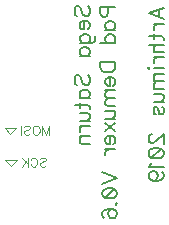
<source format=gbo>
G04 DipTrace 3.3.1.1*
G04 BottomSilk.gbo*
%MOIN*%
G04 #@! TF.FileFunction,Legend,Bot*
G04 #@! TF.Part,Single*
%ADD17C,0.004*%
%ADD48C,0.004632*%
%ADD49C,0.00772*%
%FSLAX26Y26*%
G04*
G70*
G90*
G75*
G01*
G04 BotSilk*
%LPD*%
X421451Y649949D2*
D17*
X458950D1*
X440201Y631200D1*
X421451Y649949D1*
X418701Y756199D2*
X456200D1*
X437451Y737451D1*
X418701Y756199D1*
X659102Y1130324D2*
D49*
X654294Y1135078D1*
X651917Y1142263D1*
Y1151824D1*
X654294Y1159009D1*
X659102Y1163818D1*
X663855D1*
X668664Y1161386D1*
X671040Y1159009D1*
X673417Y1154256D1*
X678226Y1139886D1*
X680602Y1135078D1*
X683034Y1132701D1*
X687787Y1130324D1*
X694972D1*
X699725Y1135078D1*
X702157Y1142263D1*
Y1151824D1*
X699725Y1159009D1*
X694972Y1163818D1*
X683034Y1114885D2*
Y1086200D1*
X678226D1*
X673417Y1088577D1*
X671040Y1090953D1*
X668664Y1095762D1*
Y1102947D1*
X671040Y1107700D1*
X675849Y1112508D1*
X683034Y1114885D1*
X687787D1*
X694972Y1112508D1*
X699725Y1107700D1*
X702157Y1102947D1*
Y1095762D1*
X699725Y1090953D1*
X694972Y1086200D1*
X671040Y1042076D2*
X709342D1*
X716472Y1044453D1*
X718904Y1046829D1*
X721280Y1051638D1*
Y1058823D1*
X718904Y1063576D1*
X678226Y1042076D2*
X673472Y1046829D1*
X671040Y1051638D1*
Y1058823D1*
X673472Y1063576D1*
X678226Y1068384D1*
X685411Y1070761D1*
X690219D1*
X697349Y1068384D1*
X702157Y1063576D1*
X704534Y1058823D1*
Y1051638D1*
X702157Y1046829D1*
X697349Y1042076D1*
X668664Y997952D2*
X702157D1*
X675849D2*
X671041Y1002705D1*
X668664Y1007514D1*
Y1014643D1*
X671041Y1019452D1*
X675849Y1024205D1*
X683034Y1026637D1*
X687787D1*
X694972Y1024205D1*
X699725Y1019452D1*
X702157Y1014643D1*
Y1007514D1*
X699725Y1002705D1*
X694972Y997952D1*
X659102Y900418D2*
X654294Y905172D1*
X651917Y912357D1*
Y921918D1*
X654294Y929103D1*
X659102Y933912D1*
X663855D1*
X668664Y931480D1*
X671041Y929103D1*
X673417Y924350D1*
X678226Y909980D1*
X680602Y905172D1*
X683034Y902795D1*
X687787Y900418D1*
X694972D1*
X699725Y905172D1*
X702157Y912357D1*
Y921918D1*
X699725Y929103D1*
X694972Y933912D1*
X668664Y856294D2*
X702157D1*
X675849D2*
X671041Y861047D1*
X668664Y865856D1*
Y872986D1*
X671041Y877794D1*
X675849Y882547D1*
X683034Y884979D1*
X687787D1*
X694972Y882547D1*
X699725Y877794D1*
X702157Y872986D1*
Y865856D1*
X699725Y861047D1*
X694972Y856294D1*
X651917Y833670D2*
X692596D1*
X699725Y831293D1*
X702157Y826485D1*
Y821732D1*
X668664Y840855D2*
Y824108D1*
Y806293D2*
X692596Y806292D1*
X699725Y803916D1*
X702157Y799107D1*
Y791922D1*
X699725Y787169D1*
X692596Y779984D1*
X668664D2*
X702157D1*
X668664Y764545D2*
X702157D1*
X683034D2*
X675849Y762113D1*
X671041Y757360D1*
X668664Y752552D1*
Y745366D1*
Y729927D2*
X702157D1*
X678226D2*
X671041Y722742D1*
X668664Y717934D1*
Y710804D1*
X671040Y705996D1*
X678226Y703619D1*
X702157D1*
X763750Y1161841D2*
Y1140286D1*
X761374Y1133156D1*
X758942Y1130725D1*
X754189Y1128348D1*
X747004D1*
X742251Y1130725D1*
X739819Y1133156D1*
X737442Y1140286D1*
Y1161841D1*
X787682D1*
X754189Y1084224D2*
X787682D1*
X761374D2*
X756565Y1088977D1*
X754189Y1093785D1*
Y1100915D1*
X756565Y1105724D1*
X761374Y1110477D1*
X768559Y1112909D1*
X773312D1*
X780497Y1110477D1*
X785250Y1105724D1*
X787682Y1100915D1*
Y1093785D1*
X785250Y1088977D1*
X780497Y1084224D1*
X737442Y1040100D2*
X787682D1*
X761374D2*
X756565Y1044853D1*
X754189Y1049661D1*
Y1056846D1*
X756565Y1061600D1*
X761374Y1066408D1*
X768559Y1068785D1*
X773312D1*
X780497Y1066408D1*
X785250Y1061600D1*
X787682Y1056846D1*
Y1049661D1*
X785250Y1044853D1*
X780497Y1040100D1*
X737442Y976060D2*
X787682D1*
Y959313D1*
X785250Y952128D1*
X780497Y947319D1*
X775689Y944943D1*
X768559Y942566D1*
X756565D1*
X749380Y944943D1*
X744627Y947319D1*
X739819Y952128D1*
X737442Y959313D1*
Y976060D1*
X768559Y927127D2*
Y898442D1*
X763750D1*
X758942Y900819D1*
X756565Y903195D1*
X754189Y908004D1*
Y915189D1*
X756565Y919942D1*
X761374Y924750D1*
X768559Y927127D1*
X773312D1*
X780497Y924750D1*
X785250Y919942D1*
X787682Y915189D1*
Y908004D1*
X785250Y903195D1*
X780497Y898442D1*
X754189Y883003D2*
X787682D1*
X763750D2*
X756565Y875818D1*
X754189Y871009D1*
Y863880D1*
X756565Y859071D1*
X763750Y856695D1*
X787682Y856694D1*
X763750Y856695D2*
X756565Y849509D1*
X754189Y844701D1*
Y837571D1*
X756565Y832763D1*
X763750Y830331D1*
X787682D1*
X754189Y814892D2*
X778121D1*
X785250Y812515D1*
X787682Y807707D1*
Y800522D1*
X785250Y795768D1*
X778121Y788583D1*
X754189D2*
X787682D1*
X754189Y773144D2*
X787682Y746836D1*
X754189D2*
X787682Y773144D1*
X768559Y731397D2*
Y702712D1*
X763751D1*
X758942Y705088D1*
X756565Y707465D1*
X754189Y712273D1*
Y719458D1*
X756565Y724212D1*
X761374Y729020D1*
X768559Y731397D1*
X773312D1*
X780497Y729020D1*
X785250Y724212D1*
X787682Y719458D1*
Y712273D1*
X785250Y707465D1*
X780497Y702712D1*
X754189Y687273D2*
X787682D1*
X768559D2*
X761374Y684841D1*
X756565Y680088D1*
X754189Y675279D1*
Y668094D1*
X743747Y609466D2*
X793987Y590343D1*
X743747Y571220D1*
X743802Y541411D2*
X746179Y548596D1*
X753364Y553404D1*
X765302Y555781D1*
X772487D1*
X784425Y553404D1*
X791610Y548596D1*
X793987Y541410D1*
Y536657D1*
X791610Y529472D1*
X784425Y524719D1*
X772487Y522287D1*
X765302D1*
X753364Y524719D1*
X746179Y529472D1*
X743802Y536657D1*
Y541411D1*
X753364Y524719D2*
X784425Y553404D1*
X789178Y504471D2*
X791610Y506848D1*
X793987Y504471D1*
X791610Y502040D1*
X789178Y504471D1*
X750932Y457916D2*
X746178Y460292D1*
X743802Y467477D1*
Y472230D1*
X746179Y479415D1*
X753364Y484224D1*
X765302Y486600D1*
X777240D1*
X786802Y484224D1*
X791610Y479415D1*
X793987Y472230D1*
Y469854D1*
X791610Y462724D1*
X786802Y457916D1*
X779617Y455539D1*
X777240D1*
X770055Y457916D1*
X765302Y462724D1*
X762925Y469854D1*
Y472230D1*
X765302Y479415D1*
X770055Y484224D1*
X777240Y486600D1*
X948796Y1119835D2*
X898556Y1139014D1*
X948796Y1158137D1*
X932050Y1150952D2*
Y1127020D1*
X915303Y1104396D2*
X948796D1*
X929673D2*
X922488Y1101964D1*
X917680Y1097211D1*
X915303Y1092403D1*
Y1085218D1*
X898556Y1062593D2*
X939235D1*
X946364Y1060217D1*
X948796Y1055408D1*
Y1050655D1*
X915303Y1069778D2*
Y1053032D1*
X898556Y1035216D2*
X948796D1*
X924865D2*
X917680Y1028031D1*
X915303Y1023222D1*
Y1016037D1*
X917680Y1011284D1*
X924865Y1008908D1*
X948796D1*
X915303Y993468D2*
X948796D1*
X929673D2*
X922488Y991037D1*
X917680Y986283D1*
X915303Y981475D1*
Y974290D1*
X898556Y958851D2*
X900933Y956474D1*
X898556Y954042D1*
X896124Y956474D1*
X898556Y958851D1*
X915303Y956474D2*
X948796D1*
X915303Y938603D2*
X948796D1*
X924865D2*
X917680Y931418D1*
X915303Y926609D1*
Y919480D1*
X917680Y914671D1*
X924865Y912295D1*
X948796D1*
X924865D2*
X917680Y905110D1*
X915303Y900301D1*
Y893171D1*
X917680Y888363D1*
X924865Y885931D1*
X948796D1*
X915303Y870492D2*
X939235D1*
X946364Y868115D1*
X948796Y863307D1*
Y856122D1*
X946364Y851369D1*
X939235Y844183D1*
X915303D2*
X948796D1*
X922488Y802436D2*
X917680Y804813D1*
X915303Y811998D1*
Y819183D1*
X917680Y826368D1*
X922488Y828744D1*
X927241Y826368D1*
X929673Y821559D1*
X932050Y809621D1*
X934426Y804813D1*
X939235Y802436D1*
X941611D1*
X946364Y804813D1*
X948796Y811998D1*
Y819183D1*
X946364Y826368D1*
X941611Y828744D1*
X910550Y735964D2*
X908173D1*
X903365Y733587D1*
X900988Y731211D1*
X898612Y726402D1*
Y716841D1*
X900988Y712087D1*
X903365Y709711D1*
X908173Y707279D1*
X912926D1*
X917735Y709711D1*
X924865Y714464D1*
X948796Y738396D1*
Y704902D1*
X898612Y675093D2*
X900988Y682278D1*
X908173Y687087D1*
X920111Y689463D1*
X927297D1*
X939235Y687087D1*
X946420Y682278D1*
X948796Y675093D1*
Y670340D1*
X946420Y663155D1*
X939235Y658402D1*
X927297Y655970D1*
X920112D1*
X908173Y658402D1*
X900988Y663155D1*
X898612Y670340D1*
Y675093D1*
X908173Y658402D2*
X939235Y687087D1*
X908173Y640531D2*
X905741Y635722D1*
X898612Y628537D1*
X948796D1*
X915303Y581981D2*
X922488Y584413D1*
X927297Y589166D1*
X929673Y596351D1*
Y598728D1*
X927297Y605913D1*
X922488Y610666D1*
X915303Y613098D1*
X912926D1*
X905741Y610666D1*
X900988Y605913D1*
X898612Y598728D1*
Y596351D1*
X900988Y589166D1*
X905741Y584413D1*
X915303Y581981D1*
X927296D1*
X939235Y584413D1*
X946420Y589166D1*
X948796Y596351D1*
Y601104D1*
X946420Y608289D1*
X941611Y610666D1*
X544240Y734630D2*
D48*
Y764774D1*
X555714Y734630D1*
X567188Y764774D1*
Y734630D1*
X526355Y764774D2*
X529240Y763348D1*
X532092Y760463D1*
X533551Y757611D1*
X534977Y753300D1*
Y746104D1*
X533551Y741826D1*
X532092Y738941D1*
X529240Y736089D1*
X526355Y734630D1*
X520618D1*
X517766Y736089D1*
X514881Y738941D1*
X513455Y741826D1*
X512029Y746104D1*
Y753300D1*
X513455Y757611D1*
X514881Y760463D1*
X517766Y763348D1*
X520618Y764774D1*
X526355D1*
X482669Y760463D2*
X485521Y763348D1*
X489832Y764774D1*
X495569D1*
X499880Y763348D1*
X502765Y760463D1*
Y757611D1*
X501306Y754726D1*
X499880Y753300D1*
X497028Y751874D1*
X488406Y748989D1*
X485521Y747563D1*
X484095Y746104D1*
X482669Y743252D1*
Y738941D1*
X485521Y736089D1*
X489832Y734630D1*
X495569D1*
X499880Y736089D1*
X502765Y738941D1*
X473406Y764774D2*
Y734630D1*
X536301Y654214D2*
X539153Y657099D1*
X543464Y658525D1*
X549201D1*
X553512Y657099D1*
X556397Y654214D1*
Y651362D1*
X554938Y648477D1*
X553512Y647051D1*
X550660Y645625D1*
X542038Y642740D1*
X539153Y641314D1*
X537727Y639855D1*
X536301Y637003D1*
Y632692D1*
X539153Y629840D1*
X543464Y628381D1*
X549201D1*
X553512Y629840D1*
X556397Y632692D1*
X505515Y651362D2*
X506941Y654214D1*
X509826Y657099D1*
X512678Y658525D1*
X518415D1*
X521300Y657099D1*
X524152Y654214D1*
X525611Y651362D1*
X527037Y647051D1*
Y639855D1*
X525611Y635577D1*
X524152Y632692D1*
X521300Y629840D1*
X518415Y628381D1*
X512678D1*
X509826Y629840D1*
X506941Y632692D1*
X505515Y635577D1*
X496252Y658525D2*
Y628381D1*
X476156Y658525D2*
X496252Y638429D1*
X489089Y645625D2*
X476156Y628381D1*
M02*

</source>
